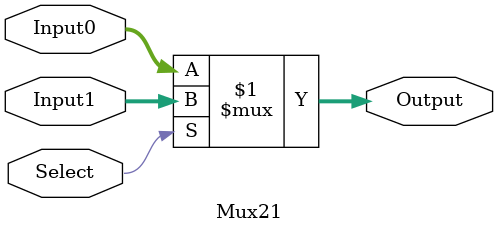
<source format=v>
module Mux21 #(parameter WIDTH = 32)(
    input [WIDTH-1:0] Input0,
    input [WIDTH-1:0] Input1,
    input Select,
    output [WIDTH-1:0] Output
);
    
    assign Output = Select ? Input1 : Input0;
    
endmodule
</source>
